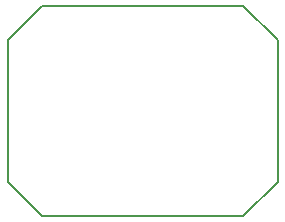
<source format=gko>
G04 DipTrace 2.4.0.2*
%IN3dBBLE.gko*%
%MOMM*%
%ADD11C,0.14*%
%FSLAX53Y53*%
G04*
G71*
G90*
G75*
G01*
%LNBoardOutline*%
%LPD*%
X10000Y24910D2*
D11*
Y12896D1*
X12870Y10000D1*
X29964D1*
X32860Y12870D1*
Y24910D1*
X29964Y27780D1*
X12870D1*
X10000Y24910D1*
M02*

</source>
